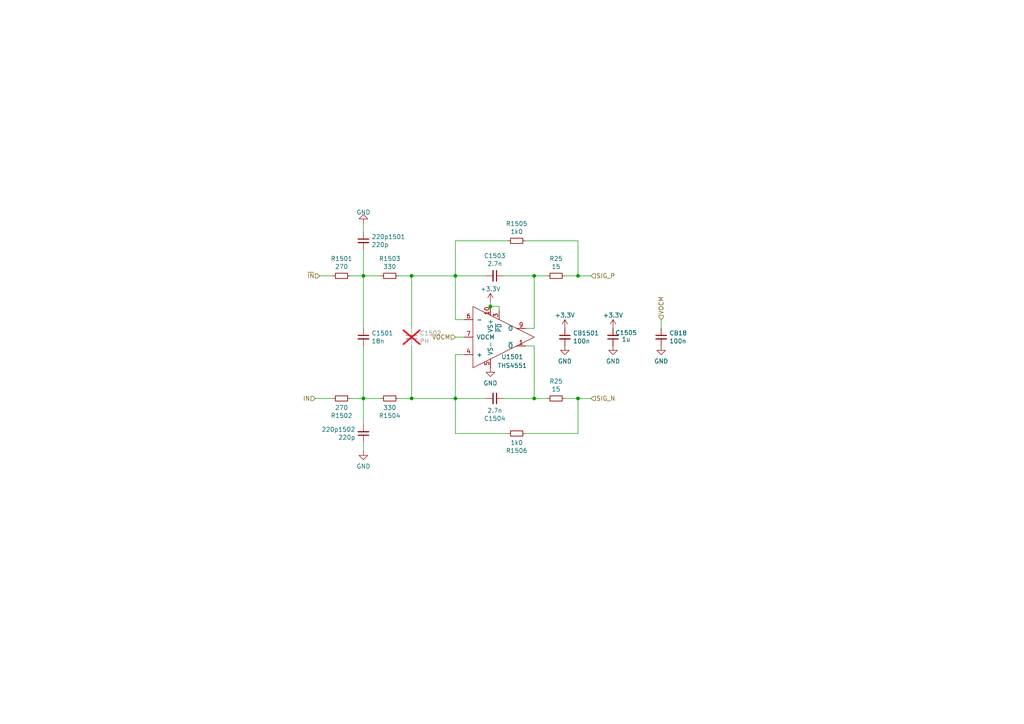
<source format=kicad_sch>
(kicad_sch (version 20230121) (generator eeschema)
  (paper "A4")
  (lib_symbols
    (symbol "Device:C_Small" (pin_numbers hide) (pin_names (offset 0.254) hide)
      (property "Reference" "C" (at 0.254 1.778 0))
      (property "Value" "C_Small" (at 0.254 -2.032 0))
      (symbol "C_Small_0_1"
        (polyline (pts (xy -1.524 -0.508) (xy 1.524 -0.508)) (stroke (width 0.3302)))
        (polyline (pts (xy -1.524 0.508) (xy 1.524 0.508)) (stroke (width 0.3048)))
      )
      (symbol "C_Small_1_1"
        (pin passive line (at 0 2.54 270) (length 2.032) (name "~") (number "1"))
        (pin passive line (at 0 -2.54 90) (length 2.032) (name "~") (number "2"))
      )
    )
    (symbol "Device:R_Small" (pin_numbers hide) (pin_names (offset 0.254) hide)
      (property "Reference" "R" (at 0.762 0.508 0))
      (property "Value" "R_Small" (at 0.762 -1.016 0))
      (symbol "R_Small_0_1"
        (rectangle (start -0.762 1.778) (end 0.762 -1.778) (stroke (width 0.2032)))
      )
      (symbol "R_Small_1_1"
        (pin passive line (at 0 2.54 270) (length 0.762) (name "~") (number "1"))
        (pin passive line (at 0 -2.54 90) (length 0.762) (name "~") (number "2"))
      )
    )
    (symbol "grootvoet:+3.3V_SENSOR" (power) (pin_names (offset 0))
      (property "Value" "+3.3V_SENSOR" (at 0 3.556 0))
      (symbol "+3.3V_SENSOR_0_1"
        (polyline (pts (xy -0.762 1.27) (xy 0 2.54)))
        (polyline (pts (xy 0 0) (xy 0 2.54)))
        (polyline (pts (xy 0 2.54) (xy 0.762 1.27)))
      )
      (symbol "+3.3V_SENSOR_1_1"
        (pin power_in line (at 0 0 90) (length 0) hide (name "+3.3V") (number "1"))
      )
    )
    (symbol "grootvoet:GND_SENSOR" (power) (pin_names (offset 0))
      (property "Value" "GND_SENSOR" (at 0 -3.81 0))
      (symbol "GND_SENSOR_0_1"
        (polyline (pts (xy 0 0) (xy 0 -1.27) (xy 1.27 -1.27) (xy 0 -2.54) (xy -1.27 -1.27) (xy 0 -1.27)))
      )
      (symbol "GND_SENSOR_1_1"
        (pin power_in line (at 0 0 270) (length 0) hide (name "GND") (number "1"))
      )
    )
    (symbol "grootvoet:THS4551" (pin_names (offset 1.016))
      (property "Reference" "U" (at 10.16 -6.35 0))
      (property "Value" "THS4551" (at 15.24 7.62 0))
      (symbol "THS4551_0_0"
        (pin output line (at 15.24 -2.54 180) (length 2.54) (name "~{O}") (number "1"))
        (pin power_in line (at 5.08 8.89 270) (length 2.54) (name "VS+") (number "10"))
        (pin no_connect line (at 24.13 -6.35 0) (length 2.54) hide (name "NC") (number "2"))
        (pin input line (at 7.62 7.62 270) (length 2.54) (name "~{PD}") (number "3"))
        (pin input line (at -2.54 -5.08 0) (length 2.54) (name "+") (number "4"))
        (pin power_in line (at 5.08 -8.89 90) (length 2.54) (name "VS-") (number "5"))
        (pin input line (at -2.54 5.08 0) (length 2.54) (name "-") (number "6"))
        (pin input line (at -2.54 0 0) (length 2.54) (name "VOCM") (number "7"))
        (pin no_connect line (at 24.13 -8.89 0) (length 2.54) hide (name "NC") (number "8"))
        (pin output line (at 15.24 2.54 180) (length 2.54) (name "O") (number "9"))
      )
      (symbol "THS4551_0_1"
        (polyline (pts (xy 0 0) (xy 0 8.89) (xy 17.78 0) (xy 0 -8.89) (xy 0 0)))
      )
    )
  )
  (junction (at 105.41 115.57))
  (junction (at 119.38 80.01))
  (junction (at 142.24 88.9))
  (junction (at 119.38 115.57))
  (junction (at 154.94 115.57))
  (junction (at 132.08 80.01))
  (junction (at 105.41 80.01))
  (junction (at 132.08 115.57))
  (junction (at 154.94 80.01))
  (junction (at 167.64 115.57))
  (junction (at 167.64 80.01))
  (wire (pts (xy 92.71 80.01) (xy 96.52 80.01)))
  (wire (pts (xy 152.4 95.25) (xy 154.94 95.25)))
  (wire (pts (xy 132.08 80.01) (xy 132.08 92.71)))
  (wire (pts (xy 154.94 115.57) (xy 158.75 115.57)))
  (wire (pts (xy 132.08 125.73) (xy 132.08 115.57)))
  (wire (pts (xy 105.41 130.81) (xy 105.41 128.27)))
  (wire (pts (xy 132.08 115.57) (xy 119.38 115.57)))
  (wire (pts (xy 163.83 80.01) (xy 167.64 80.01)))
  (wire (pts (xy 167.64 69.85) (xy 152.4 69.85)))
  (wire (pts (xy 119.38 100.33) (xy 119.38 115.57)))
  (wire (pts (xy 132.08 92.71) (xy 134.62 92.71)))
  (wire (pts (xy 132.08 69.85) (xy 132.08 80.01)))
  (wire (pts (xy 119.38 95.25) (xy 119.38 80.01)))
  (wire (pts (xy 105.41 95.25) (xy 105.41 80.01)))
  (wire (pts (xy 119.38 80.01) (xy 115.57 80.01)))
  (wire (pts (xy 154.94 95.25) (xy 154.94 80.01)))
  (wire (pts (xy 147.32 125.73) (xy 132.08 125.73)))
  (wire (pts (xy 144.78 88.9) (xy 142.24 88.9)))
  (wire (pts (xy 191.77 95.25) (xy 191.77 92.71)))
  (wire (pts (xy 105.41 123.19) (xy 105.41 115.57)))
  (wire (pts (xy 105.41 115.57) (xy 110.49 115.57)))
  (wire (pts (xy 167.64 80.01) (xy 167.64 69.85)))
  (wire (pts (xy 132.08 102.87) (xy 134.62 102.87)))
  (wire (pts (xy 101.6 80.01) (xy 105.41 80.01)))
  (wire (pts (xy 132.08 115.57) (xy 132.08 102.87)))
  (wire (pts (xy 167.64 125.73) (xy 152.4 125.73)))
  (wire (pts (xy 171.45 115.57) (xy 167.64 115.57)))
  (wire (pts (xy 154.94 100.33) (xy 154.94 115.57)))
  (wire (pts (xy 91.44 115.57) (xy 96.52 115.57)))
  (wire (pts (xy 132.08 80.01) (xy 119.38 80.01)))
  (wire (pts (xy 140.97 115.57) (xy 132.08 115.57)))
  (wire (pts (xy 154.94 80.01) (xy 158.75 80.01)))
  (wire (pts (xy 105.41 100.33) (xy 105.41 115.57)))
  (wire (pts (xy 105.41 80.01) (xy 110.49 80.01)))
  (wire (pts (xy 154.94 115.57) (xy 146.05 115.57)))
  (wire (pts (xy 119.38 115.57) (xy 115.57 115.57)))
  (wire (pts (xy 167.64 115.57) (xy 167.64 125.73)))
  (wire (pts (xy 144.78 88.9) (xy 144.78 90.17)))
  (wire (pts (xy 154.94 100.33) (xy 152.4 100.33)))
  (wire (pts (xy 105.41 72.39) (xy 105.41 80.01)))
  (wire (pts (xy 142.24 87.63) (xy 142.24 88.9)))
  (wire (pts (xy 154.94 80.01) (xy 146.05 80.01)))
  (wire (pts (xy 105.41 64.77) (xy 105.41 67.31)))
  (wire (pts (xy 101.6 115.57) (xy 105.41 115.57)))
  (wire (pts (xy 163.83 115.57) (xy 167.64 115.57)))
  (wire (pts (xy 134.62 97.79) (xy 132.08 97.79)))
  (wire (pts (xy 147.32 69.85) (xy 132.08 69.85)))
  (wire (pts (xy 171.45 80.01) (xy 167.64 80.01)))
  (wire (pts (xy 140.97 80.01) (xy 132.08 80.01)))
  (hierarchical_label "SIG_P" (shape input) (at 171.45 80.01 0))
  (hierarchical_label "SIG_N" (shape input) (at 171.45 115.57 0))
  (hierarchical_label "VOCM" (shape input) (at 191.77 92.71 90))
  (hierarchical_label "VOCM" (shape input) (at 132.08 97.79 180))
  (hierarchical_label "~{IN}" (shape input) (at 92.71 80.01 180))
  (hierarchical_label "IN" (shape input) (at 91.44 115.57 180))
  (symbol (lib_id "grootvoet:THS4551") (at 137.16 97.79 0) (unit 1)
    (property "Reference" "U1501" (at 148.59 103.505 0))
    (property "Value" "THS4551" (at 148.59 106.045 0))
    (property "Footprint" "grootvoet:WQFN-10_RUN" (effects hide))
    (property "MPN" "THS4551IRUNR" (effects hide))
    (property "Mfr." "Texas Instruments" (effects hide))
    (property "Sim.Library" "libs/spice/ths4551.lib" (effects hide))
    (property "Sim.Name" "THS4551" (effects hide))
    (property "Sim.Device" "SUBCKT" (effects hide))
    (property "Sim.Pins" "1=OUT- 4=IN+ 5=VEE 6=IN- 7=VOCM 9=OUT+ 10=VCC" (effects hide))
    (instances (project "kleinvoet" (path "" (reference "U1501") (unit 1))) (project "Sensor_Board" (path "" (reference "U?") (unit 1)) (path "" (reference "U3") (unit 1))))
  )
  (symbol (lib_id "Device:C_Small") (at 163.83 97.79 0) (unit 1)
    (property "Reference" "CB1501" (at 166.1668 96.6216 0) (effects (justify left)))
    (property "Value" "100n" (at 166.1668 98.933 0) (effects (justify left)))
    (property "Footprint" "Capacitor_SMD:C_0603_1608Metric_Pad1.08x0.95mm_HandSolder" (effects hide))
    (property "MPN" "C0603C104M5RACTU" (effects hide))
    (property "Mfr." "KEMET" (effects hide))
    (instances (project "kleinvoet" (path "" (reference "CB1501") (unit 1))) (project "Sensor_Board" (path "" (reference "CB?") (unit 1)) (path "" (reference "CB5") (unit 1))))
  )
  (symbol (lib_id "Device:R_Small") (at 99.06 80.01 270) (unit 1)
    (property "Reference" "R1501" (at 99.06 75.0316 90))
    (property "Value" "270" (at 99.06 77.343 90))
    (property "Footprint" "Resistor_SMD:R_0603_1608Metric_Pad0.98x0.95mm_HandSolder" (effects hide))
    (property "Mfr." "Panasonic" (effects hide))
    (property "MPN" "ERJ-3EKF2700V" (effects hide))
    (instances (project "kleinvoet" (path "" (reference "R1501") (unit 1))) (project "Sensor_Board" (path "" (reference "R?") (unit 1)) (path "" (reference "R13") (unit 1))))
  )
  (symbol (lib_id "Device:R_Small") (at 113.03 80.01 270) (unit 1)
    (property "Reference" "R1503" (at 113.03 75.0316 90))
    (property "Value" "330" (at 113.03 77.343 90))
    (property "Footprint" "Resistor_SMD:R_0603_1608Metric_Pad0.98x0.95mm_HandSolder" (effects hide))
    (property "Mfr." "Panasonic" (effects hide))
    (property "MPN" "ERJ-3EKF3300V" (effects hide))
    (instances (project "kleinvoet" (path "" (reference "R1503") (unit 1))) (project "Sensor_Board" (path "" (reference "R?") (unit 1)) (path "" (reference "R15") (unit 1))))
  )
  (symbol (lib_id "Device:R_Small") (at 149.86 69.85 270) (unit 1)
    (property "Reference" "R1505" (at 149.86 64.8716 90))
    (property "Value" "1k0" (at 149.86 67.183 90))
    (property "Footprint" "Resistor_SMD:R_0603_1608Metric_Pad0.98x0.95mm_HandSolder" (effects hide))
    (property "MPN" "ERJ-3EKF1001V" (effects hide))
    (property "Mfr." "Panasonic" (effects hide))
    (instances (project "kleinvoet" (path "" (reference "R1505") (unit 1))) (project "Sensor_Board" (path "" (reference "R?") (unit 1)) (path "" (reference "R17") (unit 1))))
  )
  (symbol (lib_id "Device:C_Small") (at 143.51 80.01 270) (unit 1)
    (property "Reference" "C1503" (at 143.51 74.1934 90))
    (property "Value" "2.7n" (at 143.51 76.5048 90))
    (property "Footprint" "Capacitor_SMD:C_0603_1608Metric_Pad1.08x0.95mm_HandSolder" (effects hide))
    (property "MPN" "CC0603JRX7R9BB272" (effects hide))
    (property "Mfr." "Yageo" (effects hide))
    (instances (project "kleinvoet" (path "" (reference "C1503") (unit 1))) (project "Sensor_Board" (path "" (reference "C?") (unit 1)) (path "" (reference "C8") (unit 1))))
  )
  (symbol (lib_id "Device:C_Small") (at 119.38 97.79 0) (unit 1) (in_bom no) (dnp yes)
    (property "Reference" "C1502" (at 121.7168 96.6216 0) (effects (justify left)))
    (property "Value" "PH" (at 121.7168 98.933 0) (effects (justify left)))
    (property "Footprint" "Resistor_SMD:R_0603_1608Metric_Pad0.98x0.95mm_HandSolder" (effects hide))
    (instances (project "kleinvoet" (path "" (reference "C1502") (unit 1))) (project "Sensor_Board" (path "" (reference "C?") (unit 1)) (path "" (reference "C7") (unit 1))))
  )
  (symbol (lib_id "Device:C_Small") (at 105.41 97.79 0) (unit 1)
    (property "Reference" "C1501" (at 107.7468 96.6216 0) (effects (justify left)))
    (property "Value" "18n" (at 107.7468 98.933 0) (effects (justify left)))
    (property "Footprint" "Capacitor_SMD:C_0603_1608Metric_Pad1.08x0.95mm_HandSolder" (effects hide))
    (property "MPN" "CC0603JRX7R8BB183" (effects hide))
    (property "Mfr." "Yageo" (effects hide))
    (instances (project "kleinvoet" (path "" (reference "C1501") (unit 1))) (project "Sensor_Board" (path "" (reference "C?") (unit 1)) (path "" (reference "C6") (unit 1))))
  )
  (symbol (lib_id "Device:C_Small") (at 105.41 69.85 0) (unit 1)
    (property "Reference" "220p1501" (at 107.7468 68.6816 0) (effects (justify left)))
    (property "Value" "220p" (at 107.7468 70.993 0) (effects (justify left)))
    (property "Footprint" "Capacitor_SMD:C_0603_1608Metric_Pad1.08x0.95mm_HandSolder" (effects hide))
    (property "MPN" "C0603C221J5GACTU" (effects hide))
    (property "Mfr." "KEMET" (effects hide))
    (instances (project "kleinvoet" (path "" (reference "220p1501") (unit 1))) (project "Sensor_Board" (path "" (reference "220p?") (unit 1)) (path "" (reference "C12") (unit 1))))
  )
  (symbol (lib_id "Device:R_Small") (at 99.06 115.57 270) (mirror x) (unit 1)
    (property "Reference" "R1502" (at 99.06 120.5484 90))
    (property "Value" "270" (at 99.06 118.237 90))
    (property "Footprint" "Resistor_SMD:R_0603_1608Metric_Pad0.98x0.95mm_HandSolder" (effects hide))
    (property "Mfr." "Panasonic" (effects hide))
    (instances (project "kleinvoet" (path "" (reference "R1502") (unit 1))) (project "Sensor_Board" (path "" (reference "R?") (unit 1)) (path "" (reference "R14") (unit 1))))
  )
  (symbol (lib_id "Device:R_Small") (at 113.03 115.57 270) (mirror x) (unit 1)
    (property "Reference" "R1504" (at 113.03 120.5484 90))
    (property "Value" "330" (at 113.03 118.237 90))
    (property "Footprint" "Resistor_SMD:R_0603_1608Metric_Pad0.98x0.95mm_HandSolder" (effects hide))
    (property "Mfr." "Panasonic" (effects hide))
    (property "MPN" "ERJ-3EKF3300V" (effects hide))
    (instances (project "kleinvoet" (path "" (reference "R1504") (unit 1))) (project "Sensor_Board" (path "" (reference "R?") (unit 1)) (path "" (reference "R16") (unit 1))))
  )
  (symbol (lib_id "Device:R_Small") (at 149.86 125.73 270) (mirror x) (unit 1)
    (property "Reference" "R1506" (at 149.86 130.7084 90))
    (property "Value" "1k0" (at 149.86 128.397 90))
    (property "Footprint" "Resistor_SMD:R_0603_1608Metric_Pad0.98x0.95mm_HandSolder" (effects hide))
    (property "MPN" "ERJ-3EKF1001V" (effects hide))
    (property "Mfr." "Panasonic" (effects hide))
    (instances (project "kleinvoet" (path "" (reference "R1506") (unit 1))) (project "Sensor_Board" (path "" (reference "R?") (unit 1)) (path "" (reference "R18") (unit 1))))
  )
  (symbol (lib_id "Device:C_Small") (at 143.51 115.57 270) (mirror x) (unit 1)
    (property "Reference" "C1504" (at 143.51 121.3866 90))
    (property "Value" "2.7n" (at 143.51 119.0752 90))
    (property "Footprint" "Capacitor_SMD:C_0603_1608Metric_Pad1.08x0.95mm_HandSolder" (effects hide))
    (property "MPN" "CC0603JRX7R9BB272" (effects hide))
    (property "Mfr." "Yageo" (effects hide))
    (instances (project "kleinvoet" (path "" (reference "C1504") (unit 1))) (project "Sensor_Board" (path "" (reference "C?") (unit 1)) (path "" (reference "C9") (unit 1))))
  )
  (symbol (lib_id "Device:C_Small") (at 105.41 125.73 0) (mirror x) (unit 1)
    (property "Reference" "220p1502" (at 103.0732 124.5616 0) (effects (justify right)))
    (property "Value" "220p" (at 103.0732 126.873 0) (effects (justify right)))
    (property "Footprint" "Capacitor_SMD:C_0603_1608Metric_Pad1.08x0.95mm_HandSolder" (effects hide))
    (property "MPN" "C0603C221J5GACTU" (effects hide))
    (property "Mfr." "KEMET" (effects hide))
    (instances (project "kleinvoet" (path "" (reference "220p1502") (unit 1))) (project "Sensor_Board" (path "" (reference "220p?") (unit 1)) (path "" (reference "C13") (unit 1))))
  )
  (symbol (lib_id "grootvoet:GND_SENSOR") (at 105.41 130.81 0) (unit 1)
    (property "Reference" "#PWR0226" (effects hide))
    (property "Value" "GND_SENSOR" (at 105.41 135.255 0))
    (instances (project "kleinvoet" (path "" (reference "#PWR0226") (unit 1)) (path "" (reference "#PWR01502") (unit 1))))
  )
  (symbol (lib_id "grootvoet:GND_SENSOR") (at 191.77 100.33 0) (unit 1)
    (property "Reference" "#PWR0226" (effects hide))
    (property "Value" "GND_SENSOR" (at 191.77 104.775 0))
    (instances (project "kleinvoet" (path "" (reference "#PWR0226") (unit 1)) (path "" (reference "#PWR01509") (unit 1))))
  )
  (symbol (lib_id "grootvoet:GND_SENSOR") (at 105.41 64.77 180) (unit 1)
    (property "Reference" "#PWR0226" (effects hide))
    (property "Value" "GND_SENSOR" (at 105.41 61.595 0))
    (instances (project "kleinvoet" (path "" (reference "#PWR0226") (unit 1)) (path "" (reference "#PWR01501") (unit 1))))
  )
  (symbol (lib_id "grootvoet:+3.3V_SENSOR") (at 163.83 95.25 0) (unit 1)
    (property "Reference" "#PWR0220" (effects hide))
    (property "Value" "+3.3V_SENSOR" (at 163.83 91.44 0))
    (instances (project "kleinvoet" (path "" (reference "#PWR0220") (unit 1)) (path "" (reference "#PWR01505") (unit 1))))
  )
  (symbol (lib_id "Device:C_Small") (at 191.77 97.79 0) (unit 1)
    (property "Reference" "CB18" (at 194.1068 96.6216 0) (effects (justify left)))
    (property "Value" "100n" (at 194.1068 98.933 0) (effects (justify left)))
    (property "Footprint" "Capacitor_SMD:C_0603_1608Metric_Pad1.08x0.95mm_HandSolder" (effects hide))
    (property "MPN" "C0603C104M5RACTU" (effects hide))
    (property "Mfr." "KEMET" (effects hide))
    (instances (project "kleinvoet" (path "" (reference "CB18") (unit 1)) (path "" (reference "CB1502") (unit 1))) (project "Sensor_Board" (path "" (reference "CB?") (unit 1)) (path "" (reference "CB3") (unit 1))))
  )
  (symbol (lib_id "grootvoet:GND_SENSOR") (at 142.24 106.68 0) (unit 1)
    (property "Reference" "#PWR0226" (effects hide))
    (property "Value" "GND_SENSOR" (at 142.24 111.125 0))
    (instances (project "kleinvoet" (path "" (reference "#PWR0226") (unit 1)) (path "" (reference "#PWR01504") (unit 1))))
  )
  (symbol (lib_id "Device:C_Small") (at 177.8 97.79 180) (unit 1)
    (property "Reference" "C1505" (at 181.61 96.52 0))
    (property "Value" "1u" (at 181.61 98.425 0))
    (property "Footprint" "Capacitor_SMD:C_0603_1608Metric_Pad1.08x0.95mm_HandSolder" (effects hide))
    (instances (project "kleinvoet" (path "" (reference "C1505") (unit 1))) (project "Sensor_Board" (path "" (reference "C?") (unit 1)) (path "" (reference "C8") (unit 1))))
  )
  (symbol (lib_id "Device:R_Small") (at 161.29 80.01 270) (mirror x) (unit 1)
    (property "Reference" "R25" (at 161.29 75.0316 90))
    (property "Value" "15" (at 161.29 77.343 90))
    (property "Footprint" "Resistor_SMD:R_0603_1608Metric_Pad0.98x0.95mm_HandSolder" (effects hide))
    (property "MPN" "ERJ-3EKF15R0V" (effects hide))
    (property "Mfr." "Panasonic" (effects hide))
    (instances (project "kleinvoet" (path "" (reference "R25") (unit 1)) (path "" (reference "R49") (unit 1)) (path "" (reference "R1507") (unit 1))))
  )
  (symbol (lib_id "grootvoet:+3.3V_SENSOR") (at 142.24 87.63 0) (unit 1)
    (property "Reference" "#PWR0220" (effects hide))
    (property "Value" "+3.3V_SENSOR" (at 142.24 83.82 0))
    (instances (project "kleinvoet" (path "" (reference "#PWR0220") (unit 1)) (path "" (reference "#PWR01503") (unit 1))))
  )
  (symbol (lib_id "grootvoet:GND_SENSOR") (at 163.83 100.33 0) (unit 1)
    (property "Reference" "#PWR0226" (effects hide))
    (property "Value" "GND_SENSOR" (at 163.83 104.775 0))
    (instances (project "kleinvoet" (path "" (reference "#PWR0226") (unit 1)) (path "" (reference "#PWR01506") (unit 1))))
  )
  (symbol (lib_id "grootvoet:+3.3V_SENSOR") (at 177.8 95.25 0) (unit 1)
    (property "Reference" "#PWR0220" (effects hide))
    (property "Value" "+3.3V_SENSOR" (at 177.8 91.44 0))
    (instances (project "kleinvoet" (path "" (reference "#PWR0220") (unit 1)) (path "" (reference "#PWR01507") (unit 1))))
  )
  (symbol (lib_id "grootvoet:GND_SENSOR") (at 177.8 100.33 0) (unit 1)
    (property "Reference" "#PWR0226" (effects hide))
    (property "Value" "GND_SENSOR" (at 177.8 104.775 0))
    (instances (project "kleinvoet" (path "" (reference "#PWR0226") (unit 1)) (path "" (reference "#PWR01508") (unit 1))))
  )
  (symbol (lib_id "Device:R_Small") (at 161.29 115.57 270) (mirror x) (unit 1)
    (property "Reference" "R25" (at 161.29 110.5916 90))
    (property "Value" "15" (at 161.29 112.903 90))
    (property "Footprint" "Resistor_SMD:R_0603_1608Metric_Pad0.98x0.95mm_HandSolder" (effects hide))
    (property "MPN" "ERJ-3EKF15R0V" (effects hide))
    (property "Mfr." "Panasonic" (effects hide))
    (instances (project "kleinvoet" (path "" (reference "R25") (unit 1)) (path "" (reference "R49") (unit 1)) (path "" (reference "R1508") (unit 1))))
  )
)
</source>
